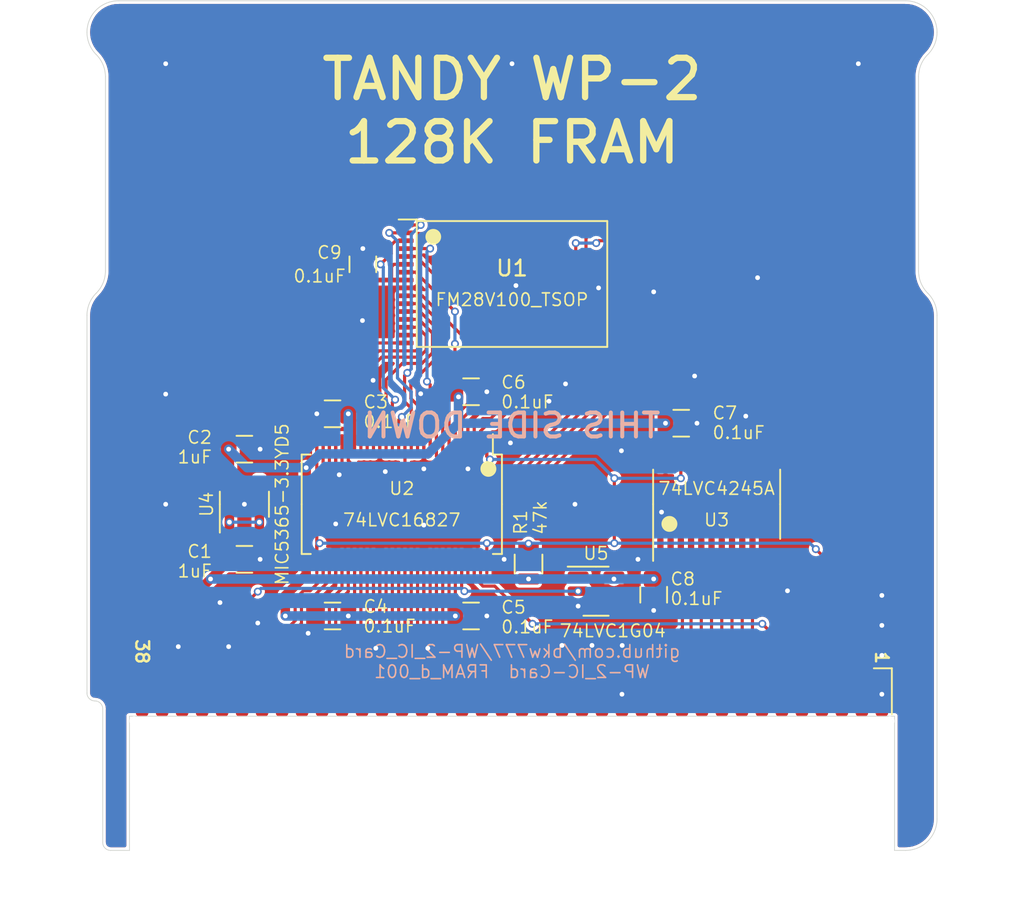
<source format=kicad_pcb>
(kicad_pcb (version 20211014) (generator pcbnew)
  (title_block (title "WP-2_IC-Card") (date "2023-01-16") (rev "FRAM_d_001") (company "Brian K. White - b.kenyon.w@gmail.com") (comment 1 "CC-BY-SA") (comment 2 "github.com/bkw777/WP-2_IC_Card"))
  (layers (0 "F.Cu" signal) (31 "B.Cu" signal) (34 "B.Paste" user) (35 "F.Paste" user) (36 "B.SilkS" user "B.Silkscreen") (37 "F.SilkS" user "F.Silkscreen") (38 "B.Mask" user) (39 "F.Mask" user) (44 "Edge.Cuts" user))
  (net 0 "")
  (net 1 "GND")
  (net 2 "/~{CE1}")
  (net 3 "/~{OE}")
  (net 4 "/D0")
  (net 5 "/D1")
  (net 6 "/D2")
  (net 7 "/D3")
  (net 8 "/D4")
  (net 9 "/D5")
  (net 10 "/D6")
  (net 11 "/D7")
  (net 12 "/A16")
  (net 13 "/A15")
  (net 14 "/A14")
  (net 15 "/A13")
  (net 16 "/A12")
  (net 17 "/A11")
  (net 18 "/A10")
  (net 19 "/A9")
  (net 20 "/A8")
  (net 21 "/A7")
  (net 22 "/A6")
  (net 23 "/A5")
  (net 24 "/A4")
  (net 25 "/A3")
  (net 26 "/A2")
  (net 27 "/A1")
  (net 28 "/A0")
  (net 30 "VMEM")
  (net 31 "VBUS")
  (net 32 "/3A11")
  (net 37 "/3A9")
  (net 38 "/3A8")
  (net 39 "/3A13")
  (net 40 "/~{3WE}")
  (net 41 "/3A15")
  (net 42 "/3A16")
  (net 43 "/3A14")
  (net 44 "/3A12")
  (net 45 "/3A7")
  (net 46 "/3A6")
  (net 47 "/3A5")
  (net 48 "/3A4")
  (net 49 "/3A3")
  (net 50 "/3A2")
  (net 51 "/3A1")
  (net 52 "/3A0")
  (net 53 "/3D0")
  (net 54 "/3D1")
  (net 55 "/3D2")
  (net 56 "/3D3")
  (net 57 "/3D4")
  (net 58 "/3D5")
  (net 59 "/3D6")
  (net 60 "/3D7")
  (net 61 "/~{3CE1}")
  (net 62 "/3A10")
  (net 64 "/~{3OE}")
  (net 66 "/~{WE}")
  (net 67 "/WE")
  (footprint "0_LOCAL:SMS-138-01-x-x_edge" (layer "F.Cu") (at 135.95 113.72 -90)
    (fp_text reference "J1" hide)
    (fp_text value "Conn_01x38_Female")
  )
  (footprint "0_LOCAL:npth_0.6mm" (layer "F.Cu") (at 159.95 114.02)
    (fp_text reference "REF**" hide)
    (fp_text value "npth_0.6mm")
  )
  (footprint "0_LOCAL:TSOP32-14mm" (layer "F.Cu") (at 135.95 86.245)
    (fp_text reference "U1")
    (fp_text value "FM28V100_TSOP")
  )
  (footprint "0_LOCAL:C_0805_1mm" (layer "F.Cu") (at 118.95 103.745 180)
    (fp_text reference "C1")
    (fp_text value "1uF")
  )
  (footprint "0_LOCAL:C_0805_1mm" (layer "F.Cu") (at 118.95 96.745 180)
    (fp_text reference "C2")
    (fp_text value "1uF")
  )
  (footprint "0_LOCAL:TSOT-23-5" (layer "F.Cu") (at 141.2875 105.77)
    (fp_text reference "U5")
    (fp_text value "74LVC1G04")
  )
  (footprint "0_LOCAL:R_0805" (layer "F.Cu") (at 137 104.045 90)
    (fp_text reference "R1")
    (fp_text value "47k")
  )
  (footprint "0_LOCAL:C_0805_1mm" (layer "F.Cu") (at 124.55 94.495 180)
    (fp_text reference "C3")
    (fp_text value "0.1uF")
  )
  (footprint "0_LOCAL:C_0805_1mm" (layer "F.Cu") (at 124.55 107.345 180)
    (fp_text reference "C4")
    (fp_text value "0.1uF")
  )
  (footprint "0_LOCAL:C_0805_1mm" (layer "F.Cu") (at 144.95 105.995 -90)
    (fp_text reference "C8")
    (fp_text value "0.1uF")
  )
  (footprint "0_LOCAL:C_0805_1mm" (layer "F.Cu") (at 126.475 84.995 90)
    (fp_text reference "C9")
    (fp_text value "0.1uF")
  )
  (footprint "0_LOCAL:C_0805_1mm" (layer "F.Cu") (at 146.7 95.095)
    (fp_text reference "C7")
    (fp_text value "0.1uF")
  )
  (footprint "0_LOCAL:WP-2_IC_Card_Cover_RAM" (layer "F.Cu") (at 135.95 95.245)
    (fp_text reference "REF**" hide)
    (fp_text value "WP-2_IC_Card_Cover_RAM")
  )
  (footprint "0_LOCAL:C_0805_1mm" (layer "F.Cu") (at 133.35 107.345)
    (fp_text reference "C5")
    (fp_text value "0.1uF")
  )
  (footprint "0_LOCAL:TSSOP-24_4.4x7.8mm_P0.65mm" (layer "F.Cu") (at 148.95 100.245 90)
    (fp_text reference "U3")
    (fp_text value "74LVC4245A")
  )
  (footprint "0_LOCAL:npth_0.6mm" (layer "F.Cu") (at 111.95 114.02)
    (fp_text reference "REF**" hide)
    (fp_text value "npth_0.6mm")
  )
  (footprint "0_LOCAL:TSSOP-56_6.1x12.5mm_P0.4mm_0.2mm-pads" (layer "F.Cu") (at 128.95 100.245 -90)
    (fp_text reference "U2")
    (fp_text value "74LVC16827")
  )
  (footprint "0_LOCAL:C_0805_1mm" (layer "F.Cu") (at 133.35 93.095)
    (fp_text reference "C6")
    (fp_text value "0.1uF")
  )
  (footprint "0_LOCAL:TSOT-23-5" (layer "F.Cu") (at 118.95 100.245 90)
    (fp_text reference "U4")
    (fp_text value "MIC5365-3.3YD5")
  )
  (gr_line (start 108.949999 88.245) (end 108.95 112.245) (layer "Edge.Cuts") (width 0.05))
  (gr_line (start 160.95 68.245) (end 110.95 68.245) (layer "Edge.Cuts") (width 0.05))
  (gr_line (start 111.65 113.72) (end 160.25 113.72) (layer "Edge.Cuts") (width 0.05))
  (gr_line (start 160.25 122.245) (end 160.25 113.72) (layer "Edge.Cuts") (width 0.05))
  (gr_line (start 111.65 122.245) (end 111.65 113.72) (layer "Edge.Cuts") (width 0.05))
  (gr_line (start 110.45 122.245) (end 111.65 122.245) (layer "Edge.Cuts") (width 0.05))
  (gr_line (start 160.95 122.245) (end 160.25 122.245) (layer "Edge.Cuts") (width 0.05))
  (gr_line (start 162.95 120.245) (end 162.95 88.245) (layer "Edge.Cuts") (width 0.05))
  (gr_line (start 109.95 113.245) (end 109.95 121.745) (layer "Edge.Cuts") (width 0.05))
  (gr_arc (start 109.535787 71.659214) (mid 109.969333 72.308061) (end 110.121574 73.073428) (layer "Edge.Cuts") (width 0.05))
  (gr_arc (start 162.364213 86.830786) (mid 162.797759 87.479633) (end 162.95 88.245) (layer "Edge.Cuts") (width 0.05))
  (gr_arc (start 162.95 120.245) (mid 162.364214 121.659214) (end 160.95 122.245) (layer "Edge.Cuts") (width 0.05))
  (gr_arc (start 109.45 112.745) (mid 109.803553 112.891447) (end 109.95 113.245) (layer "Edge.Cuts") (width 0.05))
  (gr_arc (start 108.95 70.245) (mid 109.535786 68.830786) (end 110.95 68.245) (layer "Edge.Cuts") (width 0.05))
  (gr_arc (start 160.95 68.245) (mid 162.364214 68.830786) (end 162.95 70.245) (layer "Edge.Cuts") (width 0.05))
  (gr_arc (start 110.45 122.245) (mid 110.096447 122.098553) (end 109.95 121.745) (layer "Edge.Cuts") (width 0.05))
  (gr_arc (start 162.95 70.245) (mid 162.797759 71.010367) (end 162.364213 71.659214) (layer "Edge.Cuts") (width 0.05))
  (gr_arc (start 110.121573 85.416572) (mid 109.969339 86.181944) (end 109.535786 86.830786) (layer "Edge.Cuts") (width 0.05))
  (gr_line (start 161.778426 73.073428) (end 161.778426 85.416572) (layer "Edge.Cuts") (width 0.05))
  (gr_arc (start 162.364213 86.830786) (mid 161.930671 86.181939) (end 161.778426 85.416572) (layer "Edge.Cuts") (width 0.05))
  (gr_arc (start 108.949999 88.245) (mid 109.10224 87.479633) (end 109.535786 86.830786) (layer "Edge.Cuts") (width 0.05))
  (gr_arc (start 161.778426 73.073428) (mid 161.930667 72.308061) (end 162.364213 71.659214) (layer "Edge.Cuts") (width 0.05))
  (gr_arc (start 109.535787 71.659214) (mid 109.102241 71.010367) (end 108.95 70.245) (layer "Edge.Cuts") (width 0.05))
  (gr_line (start 110.121574 73.073428) (end 110.121573 85.416572) (layer "Edge.Cuts") (width 0.05))
  (gr_arc (start 109.45 112.745) (mid 109.096447 112.598553) (end 108.95 112.245) (layer "Edge.Cuts") (width 0.05))
  (gr_text "THIS SIDE DOWN" (at 135.95 95.245) (layer "B.SilkS") (effects (font (size 1.524 1.524) (thickness 0.254)) (justify mirror)))
  (gr_text "${COMMENT2}\n${TITLE}  ${REVISION}" (at 135.95 110.245) (layer "B.SilkS") (effects (font (size 0.8 0.8) (thickness 0.1)) (justify mirror)))
  (gr_text "1" (at 159.445 110.485 -90) (layer "F.SilkS") (effects (font (size 0.8128 0.8128) (thickness 0.1524)) (justify right)))
  (gr_text "38" (at 112.455 110.485 -90) (layer "F.SilkS") (effects (font (size 0.8128 0.8128) (thickness 0.1524)) (justify right)))
  (gr_text "TANDY WP-2\n128K FRAM" (at 135.95 75.245) (layer "F.SilkS") (effects (font (size 2.5 2.5) (thickness 0.4))))
  (segment (start 127.3 109.395) (end 127.55 109.145) (width 0.2) (layer "F.Cu") (net 1))
  (segment (start 130.6 109.395) (end 130.35 109.145) (width 0.2) (layer "F.Cu") (net 1))
  (segment (start 133.15 105.095) (end 133.15 103.9575) (width 0.2) (layer "F.Cu") (net 1))
  (segment (start 127.125 92.37) (end 127.55 92.795) (width 0.2) (layer "F.Cu") (net 1))
  (segment (start 130.15 93.22) (end 130.35 93.42) (width 0.2) (layer "F.Cu") (net 1))
  (segment (start 130.35 109.145) (end 130.35 103.9575) (width 0.2) (layer "F.Cu") (net 1))
  (segment (start 124.75 98.145) (end 124.75 96.5325) (width 0.2) (layer "F.Cu") (net 1))
  (segment (start 123.95 106.145) (end 123.95 106.945) (width 0.2) (layer "F.Cu") (net 1))
  (segment (start 134.35 93.945) (end 134.35 93.095) (width 0.2) (layer "F.Cu") (net 1))
  (segment (start 124.75 103.9575) (end 124.75 105.345) (width 0.2) (layer "F.Cu") (net 1))
  (segment (start 124.75 105.345) (end 123.95 106.145) (width 0.2) (layer "F.Cu") (net 1))
  (segment (start 134.35 107.345) (end 134.35 106.295) (width 0.2) (layer "F.Cu") (net 1))
  (segment (start 130.35 93.42) (end 130.35 96.5325) (width 0.2) (layer "F.Cu") (net 1))
  (segment (start 134.35 106.295) (end 133.15 105.095) (width 0.2) (layer "F.Cu") (net 1))
  (segment (start 124.975 98.37) (end 124.75 98.145) (width 0.2) (layer "F.Cu") (net 1))
  (segment (start 127.55 92.795) (end 127.55 96.5325) (width 0.2) (layer "F.Cu") (net 1))
  (segment (start 123.95 106.945) (end 123.55 107.345) (width 0.2) (layer "F.Cu") (net 1))
  (segment (start 133.15 95.145) (end 134.35 93.945) (width 0.2) (layer "F.Cu") (net 1))
  (segment (start 127.55 109.145) (end 127.55 103.9575) (width 0.2) (layer "F.Cu") (net 1))
  (segment (start 133.15 96.5325) (end 133.15 95.145) (width 0.2) (layer "F.Cu") (net 1))
  (via (at 141.45 86.495) (size 0.5) (drill 0.3) (layers "F.Cu" "B.Cu") (net 1))
  (via (at 130.35 101.57) (size 0.5) (drill 0.3) (layers "F.Cu" "B.Cu") (net 1))
  (via (at 119.95 103.745) (size 0.5) (drill 0.3) (layers "F.Cu" "B.Cu") (net 1))
  (via (at 138.3 93.695) (size 0.5) (drill 0.3) (layers "F.Cu" "B.Cu") (net 1))
  (via (at 142.95 109.22) (size 0.5) (drill 0.3) (layers "F.Cu" "B.Cu") (net 1))
  (via (at 147.55 92.095) (size 0.5) (drill 0.3) (layers "F.Cu" "B.Cu") (net 1))
  (via (at 130.15 93.22) (size 0.5) (drill 0.3) (layers "F.Cu" "B.Cu") (net 1))
  (via (at 150.8 94.645) (size 0.5) (drill 0.3) (layers "F.Cu" "B.Cu") (net 1))
  (via (at 124.75 101.495) (size 0.5) (drill 0.3) (layers "F.Cu" "B.Cu") (net 1))
  (via (at 153.45 105.745) (size 0.5) (drill 0.3) (layers "F.Cu" "B.Cu") (net 1))
  (via (at 117.4 106.495) (size 0.5) (drill 0.3) (layers "F.Cu" "B.Cu") (net 1))
  (via (at 117.95 109.295) (size 0.5) (drill 0.3) (layers "F.Cu" "B.Cu") (net 1))
  (via (at 119.8 107.795) (size 0.5) (drill 0.3) (layers "F.Cu" "B.Cu") (net 1))
  (via (at 140.15 106.72) (size 0.5) (drill 0.3) (layers "F.Cu" "B.Cu") (net 1))
  (via (at 141.03 109.215) (size 0.5) (drill 0.3) (layers "F.Cu" "B.Cu") (net 1))
  (via (at 123.55 94.495) (size 0.5) (drill 0.3) (layers "F.Cu" "B.Cu") (net 1))
  (via (at 147.7 95.095) (size 0.5) (drill 0.3) (layers "F.Cu" "B.Cu") (net 1))
  (via (at 142.9 96.845) (size 0.5) (drill 0.3) (layers "F.Cu" "B.Cu") (net 1))
  (via (at 133.15 97.995) (size 0.5) (drill 0.3) (layers "F.Cu" "B.Cu") (net 1))
  (via (at 144.95 106.995) (size 0.5) (drill 0.3) (layers "F.Cu" "B.Cu") (net 1))
  (via (at 127.9 98.17) (size 0.5) (drill 0.3) (layers "F.Cu" "B.Cu") (net 1))
  (via (at 114.75 109.295) (size 0.5) (drill 0.3) (layers "F.Cu" "B.Cu") (net 1))
  (via (at 130.35 97.995) (size 0.5) (drill 0.3) (layers "F.Cu" "B.Cu") (net 1))
  (via (at 157.95 72.245) (size 0.5) (drill 0.3) (layers "F.Cu" "B.Cu") (net 1))
  (via (at 135.95 72.245) (size 0.5) (drill 0.3) (layers "F.Cu" "B.Cu") (net 1))
  (via (at 139.125 109.215) (size 0.5) (drill 0.3) (layers "F.Cu" "B.Cu") (net 1))
  (via (at 123 108.445) (size 0.5) (drill 0.3) (layers "F.Cu" "B.Cu") (net 1))
  (via (at 134.35 93.095) (size 0.5) (drill 0.3) (layers "F.Cu" "B.Cu") (net 1))
  (via (at 126.475 83.995) (size 0.5) (drill 0.3) (layers "F.Cu" "B.Cu") (net 1))
  (via (at 118.95 100.245) (size 0.5) (drill 0.3) (layers "F.Cu" "B.Cu") (net 1))
  (via (at 159.445 106.04) (size 0.5) (drill 0.3) (layers "F.Cu" "B.Cu") (net 1))
  (via (at 130.6 109.395) (size 0.5) (drill 0.3) (layers "F.Cu" "B.Cu") (net 1))
  (via (at 124.975 98.37) (size 0.5) (drill 0.3) (layers "F.Cu" "B.Cu") (net 1))
  (via (at 151.55 85.845) (size 0.5) (drill 0.3) (layers "F.Cu" "B.Cu") (net 1))
  (via (at 113.95 72.245) (size 0.5) (drill 0.3) (layers "F.Cu" "B.Cu") (net 1))
  (via (at 145.45 100.745) (size 0.5) (drill 0.3) (layers "F.Cu" "B.Cu") (net 1))
  (via (at 143.95 103.745) (size 0.5) (drill 0.3) (layers "F.Cu" "B.Cu") (net 1))
  (via (at 135.85 96.345) (size 0.5) (drill 0.3) (layers "F.Cu" "B.Cu") (net 1))
  (via (at 142.935 112.32) (size 0.5) (drill 0.3) (layers "F.Cu" "B.Cu") (net 1))
  (via (at 127.3 109.395) (size 0.5) (drill 0.3) (layers "F.Cu" "B.Cu") (net 1))
  (via (at 126.45 88.57) (size 0.5) (drill 0.3) (layers "F.Cu" "B.Cu") (net 1))
  (via (at 159.445 112.32) (size 0.5) (drill 0.3) (layers "F.Cu" "B.Cu") (net 1))
  (via (at 136.2 86.345) (size 0.5) (drill 0.3) (layers "F.Cu" "B.Cu") (net 1))
  (via (at 127.125 92.37) (size 0.5) (drill 0.3) (layers "F.Cu" "B.Cu") (net 1))
  (via (at 159.445 107.945) (size 0.5) (drill 0.3) (layers "F.Cu" "B.Cu") (net 1))
  (via (at 159.445 109.85) (size 0.5) (drill 0.3) (layers "F.Cu" "B.Cu") (net 1))
  (via (at 113.95 100.245) (size 0.5) (drill 0.3) (layers "F.Cu" "B.Cu") (net 1))
  (via (at 113.95 93.245) (size 0.5) (drill 0.3) (layers "F.Cu" "B.Cu") (net 1))
  (via (at 119.95 96.745) (size 0.5) (drill 0.3) (layers "F.Cu" "B.Cu") (net 1))
  (via (at 134.35 107.345) (size 0.5) (drill 0.3) (layers "F.Cu" "B.Cu") (net 1))
  (via (at 144.95 86.745) (size 0.5) (drill 0.3) (layers "F.Cu" "B.Cu") (net 1))
  (via (at 139.95 100.245) (size 0.5) (drill 0.3) (layers "F.Cu" "B.Cu") (net 1))
  (via (at 139.35 92.595) (size 0.5) (drill 0.3) (layers "F.Cu" "B.Cu") (net 1))
  (via (at 135.45 103.745) (size 0.5) (drill 0.3) (layers "F.Cu" "B.Cu") (net 1))
  (segment (start 137 102.745) (end 137 103.095) (width 0.2) (layer "F.Cu") (net 2))
  (segment (start 123.55 103.9575) (end 123.55 96.5325) (width 0.2) (layer "F.Cu") (net 2))
  (segment (start 134.35 102.72) (end 134.35 103.9575) (width 0.2) (layer "F.Cu") (net 2))
  (segment (start 123.55 102.895) (end 123.55 103.9575) (width 0.2) (layer "F.Cu") (net 2))
  (segment (start 146.675 97.3825) (end 146.675 98.595) (width 0.2) (layer "F.Cu") (net 2))
  (segment (start 134.35 97.195) (end 134.35 96.5325) (width 0.2) (layer "F.Cu") (net 2))
  (segment (start 155.635 103.48) (end 155.635 112.32) (width 0.2) (layer "F.Cu") (net 2))
  (segment (start 134.55 97.395) (end 134.35 97.195) (width 0.2) (layer "F.Cu") (net 2))
  (segment (start 123.725 102.72) (end 123.55 102.895) (width 0.2) (layer "F.Cu") (net 2))
  (segment (start 155.25 103.095) (end 155.635 103.48) (width 0.2) (layer "F.Cu") (net 2))
  (segment (start 142.45 98.595) (end 142.45 102.72) (width 0.2) (layer "F.Cu") (net 2))
  (segment (start 133.95 103.9575) (end 134.35 103.9575) (width 0.2) (layer "F.Cu") (net 2))
  (via (at 142.45 102.72) (size 0.5) (drill 0.3) (layers "F.Cu" "B.Cu") (net 2))
  (via (at 134.55 97.395) (size 0.5) (drill 0.3) (layers "F.Cu" "B.Cu") (net 2))
  (via (at 146.675 98.595) (size 0.5) (drill 0.3) (layers "F.Cu" "B.Cu") (net 2))
  (via (at 155.25 103.095) (size 0.5) (drill 0.3) (layers "F.Cu" "B.Cu") (net 2))
  (via (at 142.45 98.595) (size 0.5) (drill 0.3) (layers "F.Cu" "B.Cu") (net 2))
  (via (at 137 102.745) (size 0.5) (drill 0.3) (layers "F.Cu" "B.Cu") (net 2))
  (via (at 134.35 102.72) (size 0.5) (drill 0.3) (layers "F.Cu" "B.Cu") (net 2))
  (via (at 123.725 102.72) (size 0.5) (drill 0.3) (layers "F.Cu" "B.Cu") (net 2))
  (segment (start 141.25 97.395) (end 134.55 97.395) (width 0.2) (layer "B.Cu") (net 2))
  (segment (start 154.875 102.72) (end 155.25 103.095) (width 0.2) (layer "B.Cu") (net 2))
  (segment (start 134.35 102.72) (end 123.725 102.72) (width 0.2) (layer "B.Cu") (net 2))
  (segment (start 142.45 98.595) (end 146.675 98.595) (width 0.2) (layer "B.Cu") (net 2))
  (segment (start 142.45 98.595) (end 141.25 97.395) (width 0.2) (layer "B.Cu") (net 2))
  (segment (start 134.35 102.72) (end 154.875 102.72) (width 0.2) (layer "B.Cu") (net 2))
  (segment (start 133.55 104.895) (end 133.55 103.9575) (width 0.2) (layer "F.Cu") (net 3))
  (segment (start 154.365 110.36) (end 154.365 112.32) (width 0.2) (layer "F.Cu") (net 3))
  (segment (start 134.1 105.445) (end 133.55 104.895) (width 0.2) (layer "F.Cu") (net 3))
  (segment (start 137.25 107.845) (end 134.85 105.445) (width 0.2) (layer "F.Cu") (net 3))
  (segment (start 151.85 107.845) (end 154.365 110.36) (width 0.2) (layer "F.Cu") (net 3))
  (segment (start 134.85 105.445) (end 134.1 105.445) (width 0.2) (layer "F.Cu") (net 3))
  (via (at 137.25 107.845) (size 0.5) (drill 0.3) (layers "F.Cu" "B.Cu") (net 3))
  (via (at 151.85 107.845) (size 0.5) (drill 0.3) (layers "F.Cu" "B.Cu") (net 3))
  (segment (start 137.25 107.845) (end 151.85 107.845) (width 0.2) (layer "B.Cu") (net 3))
  (segment (start 151.225 108.7825) (end 151.225 103.1075) (width 0.2) (layer "F.Cu") (net 4))
  (segment (start 153.095 110.6525) (end 151.225 108.7825) (width 0.2) (layer "F.Cu") (net 4))
  (segment (start 153.095 112.32) (end 153.095 110.6525) (width 0.2) (layer "F.Cu") (net 4))
  (segment (start 150.575 109.42) (end 151.825 110.67) (width 0.2) (layer "F.Cu") (net 5))
  (segment (start 151.825 110.67) (end 151.825 112.32) (width 0.2) (layer "F.Cu") (net 5))
  (segment (start 150.575 103.1075) (end 150.575 109.42) (width 0.2) (layer "F.Cu") (net 5))
  (segment (start 149.925 110.02) (end 150.555 110.65) (width 0.2) (layer "F.Cu") (net 6))
  (segment (start 149.925 103.1075) (end 149.925 110.02) (width 0.2) (layer "F.Cu") (net 6))
  (segment (start 150.555 110.65) (end 150.555 112.32) (width 0.2) (layer "F.Cu") (net 6))
  (segment (start 149.275 112.31) (end 149.285 112.32) (width 0.2) (layer "F.Cu") (net 7))
  (segment (start 149.275 103.1075) (end 149.275 112.31) (width 0.2) (layer "F.Cu") (net 7))
  (segment (start 148.625 110.07) (end 148.015 110.68) (width 0.2) (layer "F.Cu") (net 8))
  (segment (start 148.015 110.68) (end 148.015 112.32) (width 0.2) (layer "F.Cu") (net 8))
  (segment (start 148.625 103.1075) (end 148.625 110.07) (width 0.2) (layer "F.Cu") (net 8))
  (segment (start 146.745 110.65) (end 146.745 112.32) (width 0.2) (layer "F.Cu") (net 9))
  (segment (start 147.975 103.1075) (end 147.975 109.42) (width 0.2) (layer "F.Cu") (net 9))
  (segment (start 147.975 109.42) (end 146.745 110.65) (width 0.2) (layer "F.Cu") (net 9))
  (segment (start 145.475 110.67) (end 145.475 112.32) (width 0.2) (layer "F.Cu") (net 10))
  (segment (start 147.325 108.82) (end 145.475 110.67) (width 0.2) (layer "F.Cu") (net 10))
  (segment (start 147.325 103.1075) (end 147.325 108.82) (width 0.2) (layer "F.Cu") (net 10))
  (segment (start 144.205 110.69) (end 144.205 112.32) (width 0.2) (layer "F.Cu") (net 11))
  (segment (start 146.775 108.12) (end 144.205 110.69) (width 0.2) (layer "F.Cu") (net 11))
  (segment (start 146.775 103.2075) (end 146.775 108.12) (width 0.2) (layer "F.Cu") (net 11))
  (segment (start 146.675 103.1075) (end 146.775 103.2075) (width 0.2) (layer "F.Cu") (net 11))
  (segment (start 132.35 106.095) (end 132.625 106.37) (width 0.2) (layer "F.Cu") (net 12))
  (segment (start 133.25 106.645) (end 133.25 108.22) (width 0.2) (layer "F.Cu") (net 12))
  (segment (start 132.625 106.37) (end 132.975 106.37) (width 0.2) (layer "F.Cu") (net 12))
  (segment (start 135 108.545) (end 137.855 111.4) (width 0.2) (layer "F.Cu") (net 12))
  (segment (start 132.975 106.37) (end 133.25 106.645) (width 0.2) (layer "F.Cu") (net 12))
  (segment (start 132.35 103.9575) (end 132.35 106.095) (width 0.2) (layer "F.Cu") (net 12))
  (segment (start 137.855 111.4) (end 137.855 112.32) (width 0.2) (layer "F.Cu") (net 12))
  (segment (start 133.25 108.22) (end 133.575 108.545) (width 0.2) (layer "F.Cu") (net 12))
  (segment (start 133.575 108.545) (end 135 108.545) (width 0.2) (layer "F.Cu") (net 12))
  (segment (start 134.25 108.995) (end 136.585 111.33) (width 0.2) (layer "F.Cu") (net 13))
  (segment (start 136.585 111.33) (end 136.585 112.32) (width 0.2) (layer "F.Cu") (net 13))
  (segment (start 131.55 108.195) (end 132.35 108.995) (width 0.2) (layer "F.Cu") (net 13))
  (segment (start 131.55 103.9575) (end 131.55 108.195) (width 0.2) (layer "F.Cu") (net 13))
  (segment (start 132.35 108.995) (end 134.25 108.995) (width 0.2) (layer "F.Cu") (net 13))
  (segment (start 132.2 109.445) (end 133.45 109.445) (width 0.2) (layer "F.Cu") (net 14))
  (segment (start 131.15 108.395) (end 132.2 109.445) (width 0.2) (layer "F.Cu") (net 14))
  (segment (start 135.315 111.31) (end 135.315 112.32) (width 0.2) (layer "F.Cu") (net 14))
  (segment (start 131.15 103.9575) (end 131.15 108.395) (width 0.2) (layer "F.Cu") (net 14))
  (segment (start 133.45 109.445) (end 135.315 111.31) (width 0.2) (layer "F.Cu") (net 14))
  (segment (start 130.75 108.595) (end 132.05 109.895) (width 0.2) (layer "F.Cu") (net 15))
  (segment (start 132.6 109.895) (end 134.045 111.34) (width 0.2) (layer "F.Cu") (net 15))
  (segment (start 130.75 103.9575) (end 130.75 108.595) (width 0.2) (layer "F.Cu") (net 15))
  (segment (start 132.05 109.895) (end 132.6 109.895) (width 0.2) (layer "F.Cu") (net 15))
  (segment (start 134.045 111.34) (end 134.045 112.32) (width 0.2) (layer "F.Cu") (net 15))
  (segment (start 131.875 110.395) (end 132.775 111.295) (width 0.2) (layer "F.Cu") (net 16))
  (segment (start 131.5 110.395) (end 131.875 110.395) (width 0.2) (layer "F.Cu") (net 16))
  (segment (start 129.95 103.9575) (end 129.95 109.695) (width 0.2) (layer "F.Cu") (net 16))
  (segment (start 132.775 111.295) (end 132.775 112.32) (width 0.2) (layer "F.Cu") (net 16))
  (segment (start 129.95 109.695) (end 130.3 110.045) (width 0.2) (layer "F.Cu") (net 16))
  (segment (start 131.15 110.045) (end 131.5 110.395) (width 0.2) (layer "F.Cu") (net 16))
  (segment (start 130.3 110.045) (end 131.15 110.045) (width 0.2) (layer "F.Cu") (net 16))
  (segment (start 129.55 109.945) (end 130.1 110.495) (width 0.2) (layer "F.Cu") (net 17))
  (segment (start 130.7 110.495) (end 131.505 111.3) (width 0.2) (layer "F.Cu") (net 17))
  (segment (start 129.55 103.9575) (end 129.55 109.945) (width 0.2) (layer "F.Cu") (net 17))
  (segment (start 131.505 111.3) (end 131.505 112.32) (width 0.2) (layer "F.Cu") (net 17))
  (segment (start 130.1 110.495) (end 130.7 110.495) (width 0.2) (layer "F.Cu") (net 17))
  (segment (start 129.15 110.245) (end 130.235 111.33) (width 0.2) (layer "F.Cu") (net 18))
  (segment (start 130.235 111.33) (end 130.235 112.32) (width 0.2) (layer "F.Cu") (net 18))
  (segment (start 129.15 103.9575) (end 129.15 110.245) (width 0.2) (layer "F.Cu") (net 18))
  (segment (start 128.75 103.9575) (end 128.75 112.105) (width 0.2) (layer "F.Cu") (net 19))
  (segment (start 128.75 112.105) (end 128.965 112.32) (width 0.2) (layer "F.Cu") (net 19))
  (segment (start 128.35 110.645) (end 127.695 111.3) (width 0.2) (layer "F.Cu") (net 20))
  (segment (start 128.35 103.9575) (end 128.35 110.645) (width 0.2) (layer "F.Cu") (net 20))
  (segment (start 127.695 111.3) (end 127.695 112.32) (width 0.2) (layer "F.Cu") (net 20))
  (segment (start 126.425 111.32) (end 126.425 112.32) (width 0.2) (layer "F.Cu") (net 21))
  (segment (start 127.95 103.9575) (end 127.95 109.795) (width 0.2) (layer "F.Cu") (net 21))
  (segment (start 127.95 109.795) (end 126.425 111.32) (width 0.2) (layer "F.Cu") (net 21))
  (segment (start 127.15 103.9575) (end 127.15 108.595) (width 0.2) (layer "F.Cu") (net 22))
  (segment (start 127.15 108.595) (end 125.155 110.59) (width 0.2) (layer "F.Cu") (net 22))
  (segment (start 125.155 110.59) (end 125.155 112.32) (width 0.2) (layer "F.Cu") (net 22))
  (segment (start 126.75 103.9575) (end 126.75 108.42) (width 0.2) (layer "F.Cu") (net 23))
  (segment (start 126.75 108.42) (end 123.885 111.285) (width 0.2) (layer "F.Cu") (net 23))
  (segment (start 123.885 111.285) (end 123.885 112.32) (width 0.2) (layer "F.Cu") (net 23))
  (segment (start 124.6 109.345) (end 122.615 111.33) (width 0.2) (layer "F.Cu") (net 24))
  (segment (start 126.35 103.9575) (end 126.35 108.245) (width 0.2) (layer "F.Cu") (net 24))
  (segment (start 126.35 108.245) (end 125.25 109.345) (width 0.2) (layer "F.Cu") (net 24))
  (segment (start 125.25 109.345) (end 124.6 109.345) (width 0.2) (layer "F.Cu") (net 24))
  (segment (start 122.615 111.33) (end 122.615 112.32) (width 0.2) (layer "F.Cu") (net 24))
  (segment (start 124.75 108.445) (end 122.7 110.495) (width 0.2) (layer "F.Cu") (net 25))
  (segment (start 124.75 106.595) (end 124.75 108.445) (width 0.2) (layer "F.Cu") (net 25))
  (segment (start 121.345 111.3) (end 121.345 112.32) (width 0.2) (layer "F.Cu") (net 25))
  (segment (start 125.55 105.795) (end 124.75 106.595) (width 0.2) (layer "F.Cu") (net 25))
  (segment (start 122.7 110.495) (end 122.15 110.495) (width 0.2) (layer "F.Cu") (net 25))
  (segment (start 125.55 103.9575) (end 125.55 105.795) (width 0.2) (layer "F.Cu") (net 25))
  (segment (start 122.15 110.495) (end 121.345 111.3) (width 0.2) (layer "F.Cu") (net 25))
  (segment (start 122.5 109.995) (end 121.4 109.995) (width 0.2) (layer "F.Cu") (net 26))
  (segment (start 124.35 106.395) (end 124.35 108.145) (width 0.2) (layer "F.Cu") (net 26))
  (segment (start 120.075 111.32) (end 120.075 112.32) (width 0.2) (layer "F.Cu") (net 26))
  (segment (start 125.15 105.595) (end 124.35 106.395) (width 0.2) (layer "F.Cu") (net 26))
  (segment (start 124.35 108.145) (end 122.5 109.995) (width 0.2) (layer "F.Cu") (net 26))
  (segment (start 121.4 109.995) (end 120.075 111.32) (width 0.2) (layer "F.Cu") (net 26))
  (segment (start 125.15 103.9575) (end 125.15 105.595) (width 0.2) (layer "F.Cu") (net 26))
  (segment (start 120.15 110.245) (end 119.85 110.245) (width 0.2) (layer "F.Cu") (net 27))
  (segment (start 123.3 106.145) (end 122.9 106.145) (width 0.2) (layer "F.Cu") (net 27))
  (segment (start 124.35 103.9575) (end 124.35 105.095) (width 0.2) (layer "F.Cu") (net 27))
  (segment (start 122.575 107.82) (end 120.15 110.245) (width 0.2) (layer "F.Cu") (net 27))
  (segment (start 119.85 110.245) (end 118.805 111.29) (width 0.2) (layer "F.Cu") (net 27))
  (segment (start 124.35 105.095) (end 123.3 106.145) (width 0.2) (layer "F.Cu") (net 27))
  (segment (start 122.575 106.47) (end 122.575 107.82) (width 0.2) (layer "F.Cu") (net 27))
  (segment (start 118.805 111.29) (end 118.805 112.32) (width 0.2) (layer "F.Cu") (net 27))
  (segment (start 122.9 106.145) (end 122.575 106.47) (width 0.2) (layer "F.Cu") (net 27))
  (segment (start 122.175 106.27) (end 122.175 107.645) (width 0.2) (layer "F.Cu") (net 28))
  (segment (start 123.95 103.9575) (end 123.95 104.92) (width 0.2) (layer "F.Cu") (net 28))
  (segment (start 122.7 105.745) (end 122.175 106.27) (width 0.2) (layer "F.Cu") (net 28))
  (segment (start 119.1 109.745) (end 117.535 111.31) (width 0.2) (layer "F.Cu") (net 28))
  (segment (start 117.535 111.31) (end 117.535 112.32) (width 0.2) (layer "F.Cu") (net 28))
  (segment (start 120.075 109.745) (end 119.1 109.745) (width 0.2) (layer "F.Cu") (net 28))
  (segment (start 122.175 107.645) (end 120.075 109.745) (width 0.2) (layer "F.Cu") (net 28))
  (segment (start 123.95 104.92) (end 123.125 105.745) (width 0.2) (layer "F.Cu") (net 28))
  (segment (start 123.125 105.745) (end 122.7 105.745) (width 0.2) (layer "F.Cu") (net 28))
  (segment (start 125.95 106.945) (end 125.95 103.9575) (width 0.2) (layer "F.Cu") (net 30))
  (segment (start 117.95 96.745) (end 117.95 94.545) (width 0.6) (layer "F.Cu") (net 30))
  (segment (start 132.55 93.42) (end 132.35 93.22) (width 0.6) (layer "F.Cu") (net 30))
  (segment (start 128.3 85.145) (end 128.45 84.995) (width 0.2) (layer "F.Cu") (net 30))
  (segment (start 145.7 95.095) (end 145.7 97.395) (width 0.4) (layer "F.Cu") (net 30))
  (segment (start 121.55 106.045) (end 122.875 104.72) (width 0.6) (layer "F.Cu") (net 30))
  (segment (start 132.35 107.345) (end 131.95 106.945) (width 0.2) (layer "F.Cu") (net 30))
  (segment (start 126.475 85.995) (end 128.3 85.995) (width 0.3) (layer "F.Cu") (net 30))
  (segment (start 125.55 107.345) (end 125.95 106.945) (width 0.2) (layer "F.Cu") (net 30))
  (segment (start 117.95 94.545) (end 126.475 86.02) (width 0.6) (layer "F.Cu") (net 30))
  (segment (start 117.95 96.745) (end 118 96.795) (width 0.6) (layer "F.Cu") (net 30))
  (segment (start 125.55 94.495) (end 125.95 94.895) (width 0.2) (layer "F.Cu") (net 30))
  (segment (start 128.3 85.995) (end 129.2 85.995) (width 0.3) (layer "F.Cu") (net 30))
  (segment (start 118 96.795) (end 118 99.2075) (width 0.6) (layer "F.Cu") (net 30))
  (segment (start 125.95 94.895) (end 125.95 96.5325) (width 0.2) (layer "F.Cu") (net 30))
  (segment (start 131.95 93.495) (end 132.35 93.095) (width 0.2) (layer "F.Cu") (net 30))
  (segment (start 128.3 85.995) (end 128.3 85.145) (width 0.2) (layer "F.Cu") (net 30))
  (segment (start 131.95 106.945) (end 131.95 103.9575) (width 0.2) (layer "F.Cu") (net 30))
  (segment (start 122.875 104.72) (end 122.875 97.92) (width 0.6) (layer "F.Cu") (net 30))
  (segment (start 121.55 107.345) (end 121.55 106.045) (width 0.6) (layer "F.Cu") (net 30))
  (segment (start 145.375 97.3825) (end 146.025 97.3825) (width 0.4) (layer "F.Cu") (net 30))
  (segment (start 128.45 84.995) (end 129.2 84.995) (width 0.2) (layer "F.Cu") (net 30))
  (segment (start 132.35 93.22) (end 132.35 93.095) (width 0.6) (layer "F.Cu") (net 30))
  (segment (start 126.475 86.02) (end 126.475 85.995) (width 0.6) (layer "F.Cu") (net 30))
  (segment (start 131.95 96.5325) (end 131.95 93.495) (width 0.2) (layer "F.Cu") (net 30))
  (via (at 132.55 93.42) (size 0.5) (drill 0.3) (layers "F.Cu" "B.Cu") (net 30))
  (via (at 121.55 107.345) (size 0.5) (drill 0.3) (layers "F.Cu" "B.Cu") (net 30))
  (via (at 125.55 94.495) (size 0.5) (drill 0.3) (layers "F.Cu" "B.Cu") (net 30))
  (via (at 125.55 107.345) (size 0.5) (drill 0.3) (layers "F.Cu" "B.Cu") (net 30))
  (via (at 117.95 96.745) (size 0.5) (drill 0.3) (layers "F.Cu" "B.Cu") (net 30))
  (via (at 122.875 97.92) (size 0.5) (drill 0.3) (layers "F.Cu" "B.Cu") (net 30))
  (via (at 132.35 107.345) (size 0.5) (drill 0.3) (layers "F.Cu" "B.Cu") (net 30))
  (via (at 145.7 95.095) (size 0.5) (drill 0.3) (layers "F.Cu" "B.Cu") (net 30))
  (segment (start 132.35 107.345) (end 125.55 107.345) (width 0.6) (layer "B.Cu") (net 30))
  (segment (start 145.7 95.095) (end 132.55 95.095) (width 0.6) (layer "B.Cu") (net 30))
  (segment (start 121.55 107.345) (end 125.55 107.345) (width 0.6) (layer "B.Cu") (net 30))
  (segment (start 130.6 97.045) (end 132.55 95.095) (width 0.6) (layer "B.Cu") (net 30))
  (segment (start 122.875 97.92) (end 119.125 97.92) (width 0.6) (layer "B.Cu") (net 30))
  (segment (start 123.75 97.045) (end 130.6 97.045) (width 0.6) (layer "B.Cu") (net 30))
  (segment (start 119.125 97.92) (end 117.95 96.745) (width 0.6) (layer "B.Cu") (net 30))
  (segment (start 125.55 94.495) (end 125.55 96.845) (width 0.6) (layer "B.Cu") (net 30))
  (segment (start 132.55 95.095) (end 132.55 93.42) (width 0.6) (layer "B.Cu") (net 30))
  (segment (start 122.875 97.92) (end 123.75 97.045) (width 0.6) (layer "B.Cu") (net 30))
  (segment (start 116.8 104.995) (end 112.455 109.34) (width 0.6) (layer "F.Cu") (net 31))
  (segment (start 116.8 104.995) (end 118 103.795) (width 0.6) (layer "F.Cu") (net 31))
  (segment (start 142.425 104.82) (end 142.425 104.995) (width 0.2) (layer "F.Cu") (net 31))
  (segment (start 145.375 104.57) (end 145.375 103.1075) (width 0.4) (layer "F.Cu") (net 31))
  (segment (start 112.455 109.34) (end 112.455 112.32) (width 0.6) (layer "F.Cu") (net 31))
  (segment (start 118 103.795) (end 118 101.3825) (width 0.6) (layer "F.Cu") (net 31))
  (segment (start 144.95 104.995) (end 145.375 104.57) (width 0.4) (layer "F.Cu") (net 31))
  (via (at 119.9 101.3825) (size 0.5) (drill 0.3) (layers "F.Cu" "B.Cu") (net 31))
  (via (at 137 104.995) (size 0.5) (drill 0.3) (layers "F.Cu" "B.Cu") (net 31))
  (via (at 118 101.3825) (size 0.5) (drill 0.3) (layers "F.Cu" "B.Cu") (net 31))
  (via (at 144.95 104.995) (size 0.5) (drill 0.3) (layers "F.Cu" "B.Cu") (net 31))
  (via (at 142.425 104.995) (size 0.5) (drill 0.3) (layers "F.Cu" "B.Cu") (net 31))
  (via (at 116.8 104.995) (size 0.5) (drill 0.3) (layers "F.Cu" "B.Cu") (net 31))
  (segment (start 137 104.995) (end 144.95 104.995) (width 0.6) (layer "B.Cu") (net 31))
  (segment (start 137 104.995) (end 116.8 104.995) (width 0.6) (layer "B.Cu") (net 31))
  (segment (start 119.9 101.3825) (end 118 101.3825) (width 0.2) (layer "B.Cu") (net 31))
  (segment (start 129.3 91.895) (end 129.125 92.07) (width 0.2) (layer "F.Cu") (net 32))
  (segment (start 130.15 82.495) (end 129.2 82.495) (width 0.2) (layer "F.Cu") (net 32))
  (segment (start 129.125 92.07) (end 129.125 93.72) (width 0.2) (layer "F.Cu") (net 32))
  (segment (start 129.55 94.145) (end 129.55 96.5325) (width 0.2) (layer "F.Cu") (net 32))
  (segment (start 129.125 93.72) (end 129.55 94.145) (width 0.2) (layer "F.Cu") (net 32))
  (via (at 129.3 91.895) (size 0.5) (drill 0.3) (layers "F.Cu" "B.Cu") (net 32))
  (via (at 130.15 82.495) (size 0.5) (drill 0.3) (layers "F.Cu" "B.Cu") (net 32))
  (segment (start 129.55 83.095) (end 130.15 82.495) (width 0.2) (layer "B.Cu") (net 32))
  (segment (start 129.55 91.645) (end 129.55 83.095) (width 0.2) (layer "B.Cu") (net 32))
  (segment (start 129.3 91.895) (end 129.55 91.645) (width 0.2) (layer "B.Cu") (net 32))
  (segment (start 128.15 82.995) (end 129.2 82.995) (width 0.2) (layer "F.Cu") (net 37))
  (segment (start 128.75 94.895) (end 128.75 96.5325) (width 0.2) (layer "F.Cu") (net 37))
  (segment (start 128.95 94.695) (end 128.75 94.895) (width 0.2) (layer "F.Cu") (net 37))
  (via (at 128.15 82.995) (size 0.5) (drill 0.3) (layers "F.Cu" "B.Cu") (net 37))
  (via (at 128.95 94.695) (size 0.5) (drill 0.3) (layers "F.Cu" "B.Cu") (net 37))
  (segment (start 129.55 93.095) (end 129.55 94.095) (width 0.2) (layer "B.Cu") (net 37))
  (segment (start 129.55 94.095) (end 128.95 94.695) (width 0.2) (layer "B.Cu") (net 37))
  (segment (start 128.675 92.22) (end 129.55 93.095) (width 0.2) (layer "B.Cu") (net 37))
  (segment (start 128.15 82.995) (end 128.675 83.52) (width 0.2) (layer "B.Cu") (net 37))
  (segment (start 128.675 83.52) (end 128.675 92.22) (width 0.2) (layer "B.Cu") (net 37))
  (segment (start 128.525 93.595) (end 128.35 93.77) (width 0.2) (layer "F.Cu") (net 38))
  (segment (start 128.275 84.32) (end 128.275 83.77) (width 0.2) (layer "F.Cu") (net 38))
  (segment (start 128.35 93.77) (end 128.35 96.5325) (width 0.2) (layer "F.Cu") (net 38))
  (segment (start 128.275 83.77) (end 128.55 83.495) (width 0.2) (layer "F.Cu") (net 38))
  (segment (start 127.6 84.995) (end 128.275 84.32) (width 0.2) (layer "F.Cu") (net 38))
  (segment (start 128.55 83.495) (end 129.2 83.495) (width 0.2) (layer "F.Cu") (net 38))
  (via (at 128.525 93.595) (size 0.5) (drill 0.3) (layers "F.Cu" "B.Cu") (net 38))
  (via (at 127.6 84.995) (size 0.5) (drill 0.3) (layers "F.Cu" "B.Cu") (net 38))
  (segment (start 127.775 85.17) (end 127.6 84.995) (width 0.2) (layer "B.Cu") (net 38))
  (segment (start 127.775 92.845) (end 127.775 85.17) (width 0.2) (layer "B.Cu") (net 38))
  (segment (start 128.525 93.595) (end 127.775 92.845) (width 0.2) (layer "B.Cu") (net 38))
  (segment (start 130.75 83.995) (end 129.2 83.995) (width 0.2) (layer "F.Cu") (net 39))
  (segment (start 130.55 92.445) (end 130.75 92.645) (width 0.2) (layer "F.Cu") (net 39))
  (segment (start 130.75 92.645) (end 130.75 96.5325) (width 0.2) (layer "F.Cu") (net 39))
  (via (at 130.75 83.995) (size 0.5) (drill 0.3) (layers "F.Cu" "B.Cu") (net 39))
  (via (at 130.55 92.445) (size 0.5) (drill 0.3) (layers "F.Cu" "B.Cu") (net 39))
  (segment (start 130.55 84.195) (end 130.55 92.445) (width 0.2) (layer "B.Cu") (net 39))
  (segment (start 130.75 83.995) (end 130.55 84.195) (width 0.2) (layer "B.Cu") (net 39))
  (segment (start 129.85 84.495) (end 129.2 84.495) (width 0.2) (layer "F.Cu") (net 40))
  (segment (start 132.75 94.845) (end 133.55 94.045) (width 0.2) (layer "F.Cu") (net 40))
  (segment (start 132.75 96.5325) (end 132.75 94.845) (width 0.2) (layer "F.Cu") (net 40))
  (segment (start 133.55 88.195) (end 129.85 84.495) (width 0.2) (layer "F.Cu") (net 40))
  (segment (start 133.55 94.045) (end 133.55 88.195) (width 0.2) (layer "F.Cu") (net 40))
  (segment (start 131.55 91.695) (end 131.55 96.5325) (width 0.2) (layer "F.Cu") (net 41))
  (segment (start 132.325 87.995) (end 129.825 85.495) (width 0.2) (layer "F.Cu") (net 41))
  (segment (start 132.325 90.92) (end 131.55 91.695) (width 0.2) (layer "F.Cu") (net 41))
  (segment (start 132.325 90.05) (end 132.325 90.92) (width 0.2) (layer "F.Cu") (net 41))
  (segment (start 129.825 85.495) (end 129.2 85.495) (width 0.2) (layer "F.Cu") (net 41))
  (via (at 132.325 90.05) (size 0.5) (drill 0.3) (layers "F.Cu" "B.Cu") (net 41))
  (via (at 132.325 87.995) (size 0.5) (drill 0.3) (layers "F.Cu" "B.Cu") (net 41))
  (segment (start 132.325 87.995) (end 132.325 90.05) (width 0.2) (layer "B.Cu") (net 41))
  (segment (start 133.15 89.895) (end 133.15 93.845) (width 0.2) (layer "F.Cu") (net 42))
  (segment (start 129.2 86.995) (end 130.25 86.995) (width 0.2) (layer "F.Cu") (net 42))
  (segment (start 130.25 86.995) (end 133.15 89.895) (width 0.2) (layer "F.Cu") (net 42))
  (segment (start 133.15 93.845) (end 132.35 94.645) (width 0.2) (layer "F.Cu") (net 42))
  (segment (start 132.35 94.645) (end 132.35 96.5325) (width 0.2) (layer "F.Cu") (net 42))
  (segment (start 129.2 87.495) (end 130.175 87.495) (width 0.2) (layer "F.Cu") (net 43))
  (segment (start 131.7 89.02) (end 131.7 90.97) (width 0.2) (layer "F.Cu") (net 43))
  (segment (start 131.15 91.52) (end 131.15 96.5325) (width 0.2) (layer "F.Cu") (net 43))
  (segment (start 131.7 90.97) (end 131.15 91.52) (width 0.2) (layer "F.Cu") (net 43))
  (segment (start 130.175 87.495) (end 131.7 89.02) (width 0.2) (layer "F.Cu") (net 43))
  (segment (start 131.3 90.795) (end 131.3 89.195) (width 0.2) (layer "F.Cu") (net 44))
  (segment (start 130.1 87.995) (end 129.2 87.995) (width 0.2) (layer "F.Cu") (net 44))
  (segment (start 129.95 96.5325) (end 129.95 93.945) (width 0.2) (layer "F.Cu") (net 44))
  (segment (start 129.525 92.57) (end 131.3 90.795) (width 0.2) (layer "F.Cu") (net 44))
  (segment (start 129.95 93.945) (end 129.525 93.52) (width 0.2) (layer "F.Cu") (net 44))
  (segment (start 131.3 89.195) (end 130.1 87.995) (width 0.2) (layer "F.Cu") (net 44))
  (segment (start 129.525 93.52) (end 129.525 92.57) (width 0.2) (layer "F.Cu") (net 44))
  (segment (start 127.95 92.32) (end 127.95 96.5325) (width 0.2) (layer "F.Cu") (net 45))
  (segment (start 128.975 91.295) (end 127.95 92.32) (width 0.2) (layer "F.Cu") (net 45))
  (segment (start 130.025 88.495) (end 130.9 89.37) (width 0.2) (layer "F.Cu") (net 45))
  (segment (start 130.225 91.295) (end 128.975 91.295) (width 0.2) (layer "F.Cu") (net 45))
  (segment (start 130.9 90.62) (end 130.225 91.295) (width 0.2) (layer "F.Cu") (net 45))
  (segment (start 130.9 89.37) (end 130.9 90.62) (width 0.2) (layer "F.Cu") (net 45))
  (segment (start 129.2 88.495) (end 130.025 88.495) (width 0.2) (layer "F.Cu") (net 45))
  (segment (start 129.95 88.995) (end 129.2 88.995) (width 0.2) (layer "F.Cu") (net 46))
  (segment (start 130.05 90.895) (end 130.5 90.445) (width 0.2) (layer "F.Cu") (net 46))
  (segment (start 130.5 90.445) (end 130.5 89.545) (width 0.2) (layer "F.Cu") (net 46))
  (segment (start 126.475 92.095) (end 127.675 90.895) (width 0.2) (layer "F.Cu") (net 46))
  (segment (start 126.475 92.645) (end 126.475 92.095) (width 0.2) (layer "F.Cu") (net 46))
  (segment (start 127.15 93.32) (end 126.475 92.645) (width 0.2) (layer "F.Cu") (net 46))
  (segment (start 130.5 89.545) (end 129.95 88.995) (width 0.2) (layer "F.Cu") (net 46))
  (segment (start 127.675 90.895) (end 130.05 90.895) (width 0.2) (layer "F.Cu") (net 46))
  (segment (start 127.15 96.5325) (end 127.15 93.32) (width 0.2) (layer "F.Cu") (net 46))
  (segment (start 126.75 93.495) (end 126.75 96.5325) (width 0.2) (layer "F.Cu") (net 47))
  (segment (start 127.5 90.495) (end 126.075 91.92) (width 0.2) (layer "F.Cu") (net 47))
  (segment (start 129.2 89.495) (end 129.85 89.495) (width 0.2) (layer "F.Cu") (net 47))
  (segment (start 129.85 90.495) (end 127.5 90.495) (width 0.2) (layer "F.Cu") (net 47))
  (segment (start 129.85 89.495) (end 130.075 89.72) (width 0.2) (layer "F.Cu") (net 47))
  (segment (start 130.075 89.72) (end 130.075 90.27) (width 0.2) (layer "F.Cu") (net 47))
  (segment (start 126.075 92.82) (end 126.75 93.495) (width 0.2) (layer "F.Cu") (net 47))
  (segment (start 130.075 90.27) (end 129.85 90.495) (width 0.2) (layer "F.Cu") (net 47))
  (segment (start 126.075 91.92) (end 126.075 92.82) (width 0.2) (layer "F.Cu") (net 47))
  (segment (start 129.2 89.995) (end 127.4 89.995) (width 0.2) (layer "F.Cu") (net 48))
  (segment (start 126.35 93.6825) (end 126.35 96.5325) (width 0.2) (layer "F.Cu") (net 48))
  (segment (start 125.675 93.0075) (end 126.35 93.6825) (width 0.2) (layer "F.Cu") (net 48))
  (segment (start 127.4 89.995) (end 125.675 91.72) (width 0.2) (layer "F.Cu") (net 48))
  (segment (start 125.675 91.72) (end 125.675 93.0075) (width 0.2) (layer "F.Cu") (net 48))
  (segment (start 142.7 92.02) (end 135.525 99.195) (width 0.2) (layer "F.Cu") (net 49))
  (segment (start 142.7 89.995) (end 142.7 92.02) (width 0.2) (layer "F.Cu") (net 49))
  (segment (start 135.525 99.195) (end 127.275 99.195) (width 0.2) (layer "F.Cu") (net 49))
  (segment (start 125.55 97.47) (end 125.55 96.5325) (width 0.2) (layer "F.Cu") (net 49))
  (segment (start 127.275 99.195) (end 125.55 97.47) (width 0.2) (layer "F.Cu") (net 49))
  (segment (start 125.15 97.645) (end 125.15 96.5325) (width 0.2) (layer "F.Cu") (net 50))
  (segment (start 135.7 99.595) (end 127.1 99.595) (width 0.2) (layer "F.Cu") (net 50))
  (segment (start 143.55 91.745) (end 135.7 99.595) (width 0.2) (layer "F.Cu") (net 50))
  (segment (start 143.3 89.495) (end 143.55 89.745) (width 0.2) (layer "F.Cu") (net 50))
  (segment (start 127.1 99.595) (end 125.15 97.645) (width 0.2) (layer "F.Cu") (net 50))
  (segment (start 143.55 89.745) (end 143.55 91.745) (width 0.2) (layer "F.Cu") (net 50))
  (segment (start 142.7 89.495) (end 143.3 89.495) (width 0.2) (layer "F.Cu") (net 50))
  (segment (start 142.7 88.995) (end 143.375 88.995) (width 0.2) (layer "F.Cu") (net 51))
  (segment (start 135.875 99.995) (end 125.7 99.995) (width 0.2) (layer "F.Cu") (net 51))
  (segment (start 143.95 91.92) (end 135.875 99.995) (width 0.2) (layer "F.Cu") (net 51))
  (segment (start 143.375 88.995) (end 143.95 89.57) (width 0.2) (layer "F.Cu") (net 51))
  (segment (start 125.7 99.995) (end 124.35 98.645) (width 0.2) (layer "F.Cu") (net 51))
  (segment (start 143.95 89.57) (end 143.95 91.92) (width 0.2) (layer "F.Cu") (net 51))
  (segment (start 124.35 98.645) (end 124.35 96.5325) (width 0.2) (layer "F.Cu") (net 51))
  (segment (start 144.35 89.395) (end 144.35 92.095) (width 0.2) (layer "F.Cu") (net 52))
  (segment (start 143.45 88.495) (end 144.35 89.395) (width 0.2) (layer "F.Cu") (net 52))
  (segment (start 125.525 100.395) (end 123.95 98.82) (width 0.2) (layer "F.Cu") (net 52))
  (segment (start 142.7 88.495) (end 143.45 88.495) (width 0.2) (layer "F.Cu") (net 52))
  (segment (start 136.05 100.395) (end 125.525 100.395) (width 0.2) (layer "F.Cu") (net 52))
  (segment (start 144.35 92.095) (end 136.05 100.395) (width 0.2) (layer "F.Cu") (net 52))
  (segment (start 123.95 98.82) (end 123.95 96.5325) (width 0.2) (layer "F.Cu") (net 52))
  (segment (start 143.525 87.995) (end 142.7 87.995) (width 0.2) (layer "F.Cu") (net 53))
  (segment (start 143.875 88.345) (end 143.525 87.995) (width 0.2) (layer "F.Cu") (net 53))
  (segment (start 151.875 97.3825) (end 151.875 98.32) (width 0.2) (layer "F.Cu") (net 53))
  (segment (start 153.5 97.995) (end 153.5 94.995) (width 0.2) (layer "F.Cu") (net 53))
  (segment (start 151.875 98.32) (end 152.1 98.545) (width 0.2) (layer "F.Cu") (net 53))
  (segment (start 152.1 98.545) (end 152.95 98.545) (width 0.2) (layer "F.Cu") (net 53))
  (segment (start 153.5 94.995) (end 146.85 88.345) (width 0.2) (layer "F.Cu") (net 53))
  (segment (start 152.95 98.545) (end 153.5 97.995) (width 0.2) (layer "F.Cu") (net 53))
  (segment (start 146.85 88.345) (end 143.875 88.345) (width 0.2) (layer "F.Cu") (net 53))
  (segment (start 153.9 98.195) (end 153.15 98.945) (width 0.2) (layer "F.Cu") (net 54))
  (segment (start 153.9 94.795) (end 153.9 98.195) (width 0.2) (layer "F.Cu") (net 54))
  (segment (start 151.225 98.295) (end 151.225 97.3825) (width 0.2) (layer "F.Cu") (net 54))
  (segment (start 153.15 98.945) (end 151.875 98.945) (width 0.2) (layer "F.Cu") (net 54))
  (segment (start 142.7 87.495) (end 143.6 87.495) (width 0.2) (layer "F.Cu") (net 54))
  (segment (start 151.875 98.945) (end 151.225 98.295) (width 0.2) (layer "F.Cu") (net 54))
  (segment (start 144.05 87.945) (end 147.05 87.945) (width 0.2) (layer "F.Cu") (net 54))
  (segment (start 147.05 87.945) (end 153.9 94.795) (width 0.2) (layer "F.Cu") (net 54))
  (segment (start 143.6 87.495) (end 144.05 87.945) (width 0.2) (layer "F.Cu") (net 54))
  (segment (start 150.575 97.3825) (end 150.575 98.22) (width 0.2) (layer "F.Cu") (net 55))
  (segment (start 154.3 98.395) (end 154.3 94.62) (width 0.2) (layer "F.Cu") (net 55))
  (segment (start 154.3 94.62) (end 147.225 87.545) (width 0.2) (layer "F.Cu") (net 55))
  (segment (start 153.35 99.345) (end 154.3 98.395) (width 0.2) (layer "F.Cu") (net 55))
  (segment (start 147.225 87.545) (end 144.225 87.545) (width 0.2) (layer "F.Cu") (net 55))
  (segment (start 150.575 98.22) (end 151.7 99.345) (width 0.2) (layer "F.Cu") (net 55))
  (segment (start 144.225 87.545) (end 143.675 86.995) (width 0.2) (layer "F.Cu") (net 55))
  (segment (start 151.7 99.345) (end 153.35 99.345) (width 0.2) (layer "F.Cu") (net 55))
  (segment (start 143.675 86.995) (end 142.7 86.995) (width 0.2) (layer "F.Cu") (net 55))
  (segment (start 146.25 85.995) (end 142.7 85.995) (width 0.2) (layer "F.Cu") (net 56))
  (segment (start 154.7 98.595) (end 154.7 94.445) (width 0.2) (layer "F.Cu") (net 56))
  (segment (start 151.45 99.745) (end 153.55 99.745) (width 0.2) (layer "F.Cu") (net 56))
  (segment (start 149.925 97.3825) (end 149.925 98.22) (width 0.2) (layer "F.Cu") (net 56))
  (segment (start 153.55 99.745) (end 154.7 98.595) (width 0.2) (layer "F.Cu") (net 56))
  (segment (start 149.925 98.22) (end 151.45 99.745) (width 0.2) (layer "F.Cu") (net 56))
  (segment (start 154.7 94.445) (end 146.25 85.995) (width 0.2) (layer "F.Cu") (net 56))
  (segment (start 149.275 98.22) (end 151.2 100.145) (width 0.2) (layer "F.Cu") (net 57))
  (segment (start 151.2 100.145) (end 153.75 100.145) (width 0.2) (layer "F.Cu") (net 57))
  (segment (start 146.325 85.495) (end 142.7 85.495) (width 0.2) (layer "F.Cu") (net 57))
  (segment (start 155.1 94.27) (end 146.325 85.495) (width 0.2) (layer "F.Cu") (net 57))
  (segment (start 155.1 98.795) (end 155.1 94.27) (width 0.2) (layer "F.Cu") (net 57))
  (segment (start 149.275 97.3825) (end 149.275 98.22) (width 0.2) (layer "F.Cu") (net 57))
  (segment (start 153.75 100.145) (end 155.1 98.795) (width 0.2) (layer "F.Cu") (net 57))
  (segment (start 150.95 100.545) (end 153.95 100.545) (width 0.2) (layer "F.Cu") (net 58))
  (segment (start 146.4 84.995) (end 142.7 84.995) (width 0.2) (layer "F.Cu") (net 58))
  (segment (start 155.5 94.095) (end 146.4 84.995) (width 0.2) (layer "F.Cu") (net 58))
  (segment (start 155.5 98.995) (end 155.5 94.095) (width 0.2) (layer "F.Cu") (net 58))
  (segment (start 153.95 100.545) (end 155.5 98.995) (width 0.2) (layer "F.Cu") (net 58))
  (segment (start 148.625 97.3825) (end 148.625 98.22) (width 0.2) (layer "F.Cu") (net 58))
  (segment (start 148.625 98.22) (end 150.95 100.545) (width 0.2) (layer "F.Cu") (net 58))
  (segment (start 154.15 100.945) (end 155.9 99.195) (width 0.2) (layer "F.Cu") (net 59))
  (segment (start 146.475 84.495) (end 142.7 84.495) (width 0.2) (layer "F.Cu") (net 59))
  (segment (start 150.7 100.945) (end 154.15 100.945) (width 0.2) (layer "F.Cu") (net 59))
  (segment (start 155.9 93.92) (end 146.475 84.495) (width 0.2) (layer "F.Cu") (net 59))
  (segment (start 147.975 98.22) (end 150.7 100.945) (width 0.2) (layer "F.Cu") (net 59))
  (segment (start 155.9 99.195) (end 155.9 93.92) (width 0.2) (layer "F.Cu") (net 59))
  (segment (start 147.975 97.3825) (end 147.975 98.22) (width 0.2) (layer "F.Cu") (net 59))
  (segment (start 147.325 98.22) (end 150.45 101.345) (width 0.2) (layer "F.Cu") (net 60))
  (segment (start 147.325 97.3825) (end 147.325 98.22) (width 0.2) (layer "F.Cu") (net 60))
  (segment (start 150.45 101.345) (end 154.35 101.345) (width 0.2) (layer "F.Cu") (net 60))
  (segment (start 156.3 99.395) (end 156.3 93.745) (width 0.2) (layer "F.Cu") (net 60))
  (segment (start 154.35 101.345) (end 156.3 99.395) (width 0.2) (layer "F.Cu") (net 60))
  (segment (start 146.55 83.995) (end 142.7 83.995) (width 0.2) (layer "F.Cu") (net 60))
  (segment (start 156.3 93.745) (end 146.55 83.995) (width 0.2) (layer "F.Cu") (net 60))
  (segment (start 140 83.645) (end 140 90.045) (width 0.2) (layer "F.Cu") (net 61))
  (segment (start 134.8 95.245) (end 134.3 95.245) (width 0.2) (layer "F.Cu") (net 61))
  (segment (start 140 90.045) (end 134.8 95.245) (width 0.2) (layer "F.Cu") (net 61))
  (segment (start 133.95 95.595) (end 133.95 96.5325) (width 0.2) (layer "F.Cu") (net 61))
  (segment (start 141.3 83.645) (end 141.45 83.495) (width 0.2) (layer "F.Cu") (net 61))
  (segment (start 141.45 83.495) (end 142.7 83.495) (width 0.2) (layer "F.Cu") (net 61))
  (segment (start 134.3 95.245) (end 133.95 95.595) (width 0.2) (layer "F.Cu") (net 61))
  (via (at 140 83.645) (size 0.5) (drill 0.3) (layers "F.Cu" "B.Cu") (net 61))
  (via (at 141.3 83.645) (size 0.5) (drill 0.3) (layers "F.Cu" "B.Cu") (net 61))
  (segment (start 140 83.645) (end 141.3 83.645) (width 0.2) (layer "B.Cu") (net 61))
  (segment (start 141 82.995) (end 142.7 82.995) (width 0.2) (layer "F.Cu") (net 62))
  (segment (start 140.65 83.345) (end 141 82.995) (width 0.2) (layer "F.Cu") (net 62))
  (segment (start 135.35 98.77) (end 140.65 93.47) (width 0.2) (layer "F.Cu") (net 62))
  (segment (start 129.15 98.245) (end 129.675 98.77) (width 0.2) (layer "F.Cu") (net 62))
  (segment (start 129.675 98.77) (end 135.35 98.77) (width 0.2) (layer "F.Cu") (net 62))
  (segment (start 129.15 96.5325) (end 129.15 98.245) (width 0.2) (layer "F.Cu") (net 62))
  (segment (start 140.65 93.47) (end 140.65 83.345) (width 0.2) (layer "F.Cu") (net 62))
  (segment (start 133.55 95.345) (end 134.1 94.795) (width 0.2) (layer "F.Cu") (net 64))
  (segment (start 134.1 94.795) (end 134.6 94.795) (width 0.2) (layer "F.Cu") (net 64))
  (segment (start 140.15 82.495) (end 142.7 82.495) (width 0.2) (layer "F.Cu") (net 64))
  (segment (start 139.3 90.095) (end 139.3 83.345) (width 0.2) (layer "F.Cu") (net 64))
  (segment (start 133.55 96.5325) (end 133.55 95.345) (width 0.2) (layer "F.Cu") (net 64))
  (segment (start 134.6 94.795) (end 139.3 90.095) (width 0.2) (layer "F.Cu") (net 64))
  (segment (start 139.3 83.345) (end 140.15 82.495) (width 0.2) (layer "F.Cu") (net 64))
  (segment (start 132.75 103.9575) (end 132.75 105.595) (width 0.2) (layer "F.Cu") (net 66))
  (segment (start 116.265 109.33) (end 116.265 112.32) (width 0.2) (layer "F.Cu") (net 66))
  (segment (start 119.8 105.795) (end 116.265 109.33) (width 0.2) (layer "F.Cu") (net 66))
  (segment (start 132.75 105.595) (end 132.925 105.77) (width 0.2) (layer "F.Cu") (net 66))
  (via (at 119.8 105.795) (size 0.5) (drill 0.3) (layers "F.Cu" "B.Cu") (net 66))
  (via (at 140.15 105.77) (size 0.5) (drill 0.3) (layers "F.Cu" "B.Cu") (net 66))
  (via (at 132.925 105.77) (size 0.5) (drill 0.3) (layers "F.Cu" "B.Cu") (net 66))
  (segment (start 132.75 105.595) (end 132.925 105.77) (width 0.2) (layer "B.Cu") (net 66))
  (segment (start 120 105.595) (end 132.75 105.595) (width 0.2) (layer "B.Cu") (net 66))
  (segment (start 119.8 105.795) (end 120 105.595) (width 0.2) (layer "B.Cu") (net 66))
  (segment (start 140.15 105.77) (end 132.925 105.77) (width 0.2) (layer "B.Cu") (net 66))
  (segment (start 145.675 105.895) (end 143.625 105.895) (width 0.2) (layer "F.Cu") (net 67))
  (segment (start 143.625 105.895) (end 142.8 106.72) (width 0.2) (layer "F.Cu") (net 67))
  (segment (start 142.8 106.72) (end 142.425 106.72) (width 0.2) (layer "F.Cu") (net 67))
  (segment (start 146.025 105.545) (end 145.675 105.895) (width 0.2) (layer "F.Cu") (net 67))
  (segment (start 146.025 103.1075) (end 146.025 105.545) (width 0.2) (layer "F.Cu") (net 67))
  (zone (net 1) (net_name "GND") (layer "F.Cu") (connect_pads yes (clearance 0.2)) (min_thickness 0.2) (fill yes (thermal_gap 0.2) (thermal_bridge_width 0.4) (smoothing fillet) (radius 0.1))
    (polygon (pts (xy 108.95 122.245) (xy 108.95 68.245) (xy 162.95 68.245) (xy 162.95 122.245)))
  )
  (zone (net 1) (net_name "GND") (layer "B.Cu") (connect_pads yes (clearance 0.2)) (min_thickness 0.2) (fill yes (thermal_gap 0.2) (thermal_bridge_width 0.4) (smoothing fillet) (radius 0.1))
    (polygon (pts (xy 108.95 122.245) (xy 108.95 68.245) (xy 162.95 68.245) (xy 162.95 122.245)))
  )
)
</source>
